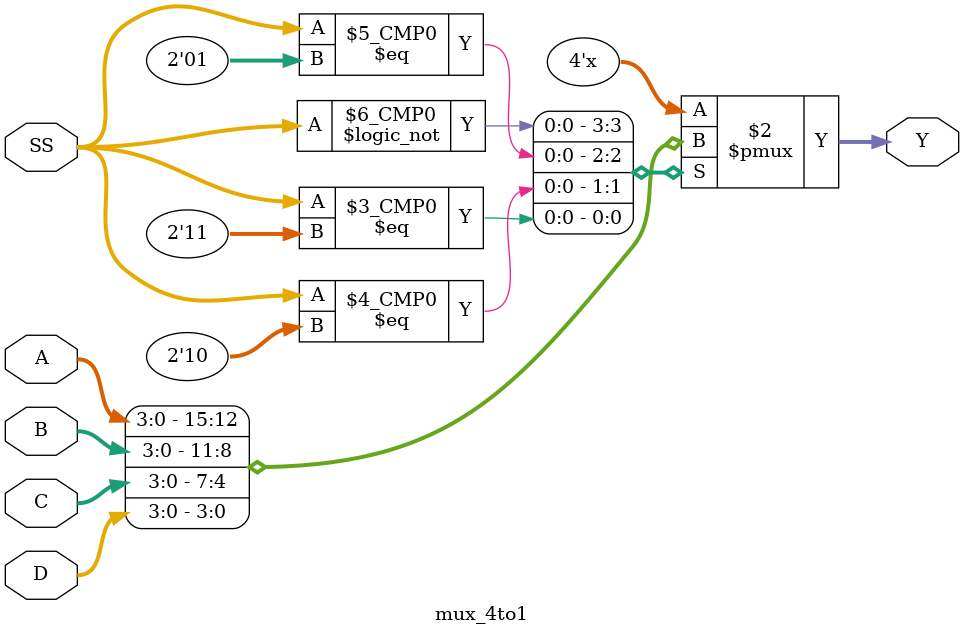
<source format=v>
`timescale 1ns / 1ps

module mux_4to1(
        input [3:0] A, B, C, D,
        input [1:0] SS,
        output reg [3:0] Y
    );
    
    always@(A or B or C or D or SS)
    begin
    case(SS)
        2'b00: Y <= A;
        2'b01: Y <= B;
        2'b10: Y <= C;
        2'b11: Y <= D;
        endcase
    end
endmodule

</source>
